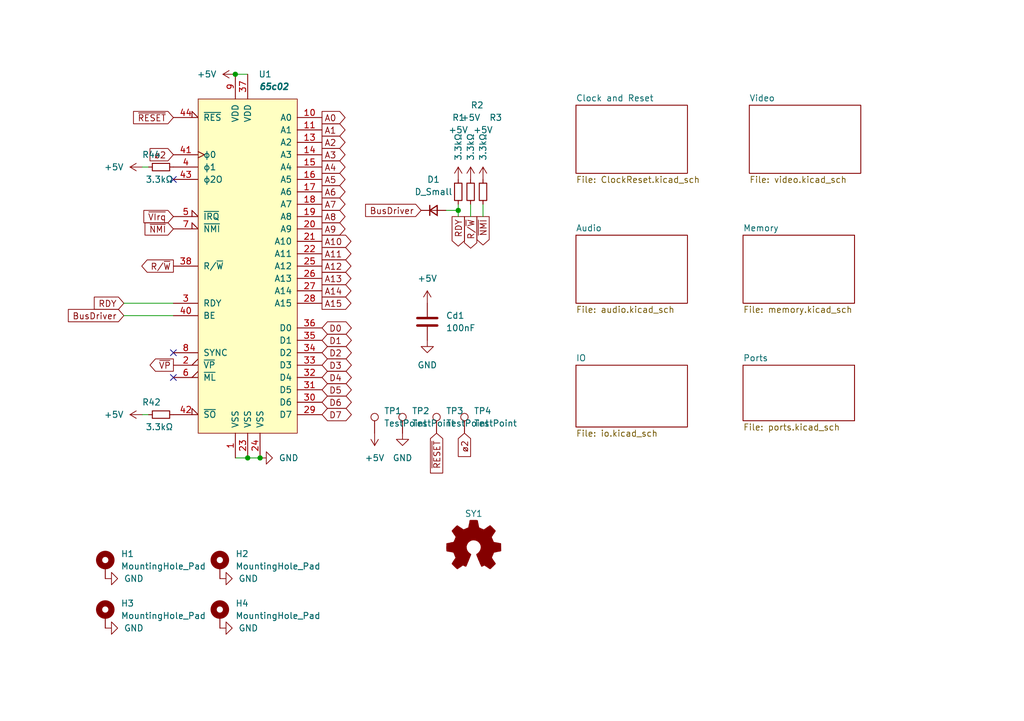
<source format=kicad_sch>
(kicad_sch (version 20231120) (generator "eeschema") (generator_version "8.0")
  (paper "A5")
  (title_block (title "KITTY Computer"))
  (lib_symbols
    (symbol "65xx:W65C02SxPL" (pin_names (offset 1.016))
      (property "Reference" "U" (at -10.16 35.56 0))
      (property "Value" "W65C02SxPL" (at 0 0 90))
      (symbol "W65C02SxPL_0_1"
        (rectangle (start -10.16 34.29) (end 10.16 -34.29) (fill (type background)))
      )
      (symbol "W65C02SxPL_1_1"
        (pin power_in line (at -2.54 -39.37 90) (length 5.08) (name "VSS") (number "1"))
        (pin tri_state line (at 15.24 30.48 180) (length 5.08) (name "A0") (number "10"))
        (pin tri_state line (at 15.24 27.94 180) (length 5.08) (name "A1") (number "11"))
        (pin no_connect non_logic (at -10.16 -25.4 0) (length 2.54) hide (name "nc") (number "12"))
        (pin tri_state line (at 15.24 25.4 180) (length 5.08) (name "A2") (number "13"))
        (pin tri_state line (at 15.24 22.86 180) (length 5.08) (name "A3") (number "14"))
        (pin tri_state line (at 15.24 20.32 180) (length 5.08) (name "A4") (number "15"))
        (pin tri_state line (at 15.24 17.78 180) (length 5.08) (name "A5") (number "16"))
        (pin tri_state line (at 15.24 15.24 180) (length 5.08) (name "A6") (number "17"))
        (pin tri_state line (at 15.24 12.7 180) (length 5.08) (name "A7") (number "18"))
        (pin tri_state line (at 15.24 10.16 180) (length 5.08) (name "A8") (number "19"))
        (pin output output_low (at -15.24 -20.32 0) (length 5.08) (name "~{VP}") (number "2"))
        (pin tri_state line (at 15.24 7.62 180) (length 5.08) (name "A9") (number "20"))
        (pin tri_state line (at 15.24 5.08 180) (length 5.08) (name "A10") (number "21"))
        (pin tri_state line (at 15.24 2.54 180) (length 5.08) (name "A11") (number "22"))
        (pin power_in line (at 0 -39.37 90) (length 5.08) (name "VSS") (number "23"))
        (pin power_in line (at 2.54 -39.37 90) (length 5.08) (name "VSS") (number "24"))
        (pin tri_state line (at 15.24 0 180) (length 5.08) (name "A12") (number "25"))
        (pin tri_state line (at 15.24 -2.54 180) (length 5.08) (name "A13") (number "26"))
        (pin tri_state line (at 15.24 -5.08 180) (length 5.08) (name "A14") (number "27"))
        (pin tri_state line (at 15.24 -7.62 180) (length 5.08) (name "A15") (number "28"))
        (pin bidirectional line (at 15.24 -30.48 180) (length 5.08) (name "D7") (number "29"))
        (pin open_collector line (at -15.24 -7.62 0) (length 5.08) (name "RDY") (number "3"))
        (pin bidirectional line (at 15.24 -27.94 180) (length 5.08) (name "D6") (number "30"))
        (pin bidirectional line (at 15.24 -25.4 180) (length 5.08) (name "D5") (number "31"))
        (pin bidirectional line (at 15.24 -22.86 180) (length 5.08) (name "D4") (number "32"))
        (pin bidirectional line (at 15.24 -20.32 180) (length 5.08) (name "D3") (number "33"))
        (pin bidirectional line (at 15.24 -17.78 180) (length 5.08) (name "D2") (number "34"))
        (pin bidirectional line (at 15.24 -15.24 180) (length 5.08) (name "D1") (number "35"))
        (pin bidirectional line (at 15.24 -12.7 180) (length 5.08) (name "D0") (number "36"))
        (pin power_in line (at 0 39.37 270) (length 5.08) (name "VDD") (number "37"))
        (pin tri_state line (at -15.24 0 0) (length 5.08) (name "R/~{W}") (number "38"))
        (pin no_connect non_logic (at -10.16 -27.94 0) (length 2.54) hide (name "nc") (number "39"))
        (pin output line (at -15.24 20.32 0) (length 5.08) (name "ϕ1") (number "4"))
        (pin input line (at -15.24 -10.16 0) (length 5.08) (name "BE") (number "40"))
        (pin input clock (at -15.24 22.86 0) (length 5.08) (name "ϕ0") (number "41"))
        (pin input input_low (at -15.24 -30.48 0) (length 5.08) (name "~{SO}") (number "42"))
        (pin output line (at -15.24 17.78 0) (length 5.08) (name "ϕ2O") (number "43"))
        (pin input input_low (at -15.24 30.48 0) (length 5.08) (name "~{RES}") (number "44"))
        (pin input input_low (at -15.24 10.16 0) (length 5.08) (name "~{IRQ}") (number "5"))
        (pin output output_low (at -15.24 -22.86 0) (length 5.08) (name "~{ML}") (number "6"))
        (pin input input_low (at -15.24 7.62 0) (length 5.08) (name "~{NMI}") (number "7"))
        (pin output line (at -15.24 -17.78 0) (length 5.08) (name "SYNC") (number "8"))
        (pin power_in line (at -2.54 39.37 270) (length 5.08) (name "VDD") (number "9"))
      )
    )
    (symbol "Connector:TestPoint" (pin_numbers hide) (pin_names (offset 0.762) hide)
      (property "Reference" "TP" (at 0 6.858 0))
      (property "Value" "TestPoint" (at 0 5.08 0))
      (symbol "TestPoint_0_1"
        (circle (center 0 3.302) (radius 0.762))
      )
      (symbol "TestPoint_1_1"
        (pin passive line (at 0 0 90) (length 2.54) (name "1") (number "1"))
      )
    )
    (symbol "Device:C" (pin_numbers hide) (pin_names (offset 0.254))
      (property "Reference" "C" (at 0.635 2.54 0))
      (property "Value" "C" (at 0.635 -2.54 0))
      (symbol "C_0_1"
        (polyline (pts (xy -2.032 -0.762) (xy 2.032 -0.762)) (stroke (width 0.508)))
        (polyline (pts (xy -2.032 0.762) (xy 2.032 0.762)) (stroke (width 0.508)))
      )
      (symbol "C_1_1"
        (pin passive line (at 0 3.81 270) (length 2.794) (name "~") (number "1"))
        (pin passive line (at 0 -3.81 90) (length 2.794) (name "~") (number "2"))
      )
    )
    (symbol "Device:D_Small" (pin_numbers hide) (pin_names (offset 0.254) hide)
      (property "Reference" "D" (at -1.27 2.032 0))
      (property "Value" "D_Small" (at -3.81 -2.032 0))
      (symbol "D_Small_0_1"
        (polyline (pts (xy -0.762 -1.016) (xy -0.762 1.016)) (stroke (width 0.254)))
        (polyline (pts (xy -0.762 0) (xy 0.762 0)))
        (polyline (pts (xy 0.762 -1.016) (xy -0.762 0) (xy 0.762 1.016) (xy 0.762 -1.016)) (stroke (width 0.254)))
      )
      (symbol "D_Small_1_1"
        (pin passive line (at -2.54 0 0) (length 1.778) (name "K") (number "1"))
        (pin passive line (at 2.54 0 180) (length 1.778) (name "A") (number "2"))
      )
    )
    (symbol "Device:R_Small" (pin_numbers hide) (pin_names (offset 0.254) hide)
      (property "Reference" "R" (at 0.762 0.508 0))
      (property "Value" "R_Small" (at 0.762 -1.016 0))
      (symbol "R_Small_0_1"
        (rectangle (start -0.762 1.778) (end 0.762 -1.778) (stroke (width 0.2032)))
      )
      (symbol "R_Small_1_1"
        (pin passive line (at 0 2.54 270) (length 0.762) (name "~") (number "1"))
        (pin passive line (at 0 -2.54 90) (length 0.762) (name "~") (number "2"))
      )
    )
    (symbol "Graphic:Logo_Open_Hardware_Small" (in_bom no) (on_board no)
      (symbol "Logo_Open_Hardware_Small_0_1"
        (polyline (pts (xy 3.3528 -4.3434) (xy 3.302 -4.318) (xy 3.175 -4.2418) (xy 2.9972 -4.1148) (xy 2.7686 -3.9624) (xy 2.54 -3.81) (xy 2.3622 -3.7084) (xy 2.2352 -3.6068) (xy 2.1844 -3.5814) (xy 2.159 -3.6068) (xy 2.0574 -3.6576) (xy 1.905 -3.7338) (xy 1.8034 -3.7846) (xy 1.6764 -3.8354) (xy 1.6002 -3.8354) (xy 1.6002 -3.8354) (xy 1.5494 -3.7338) (xy 1.4732 -3.5306) (xy 1.3462 -3.302) (xy 1.2446 -3.0226) (xy 1.1176 -2.7178) (xy 0.9652 -2.413) (xy 0.8636 -2.1082) (xy 0.7366 -1.8288) (xy 0.6604 -1.6256) (xy 0.6096 -1.4732) (xy 0.5842 -1.397) (xy 0.5842 -1.397) (xy 0.6604 -1.3208) (xy 0.7874 -1.2446) (xy 1.0414 -1.016) (xy 1.2954 -0.6858) (xy 1.4478 -0.3302) (xy 1.524 0.0762) (xy 1.4732 0.4572) (xy 1.3208 0.8128) (xy 1.0668 1.143) (xy 0.762 1.3716) (xy 0.4064 1.524) (xy 0 1.5748) (xy -0.381 1.5494) (xy -0.7366 1.397) (xy -1.0668 1.143) (xy -1.2192 0.9906) (xy -1.397 0.6604) (xy -1.524 0.3048) (xy -1.524 0.2286) (xy -1.4986 -0.1778) (xy -1.397 -0.5334) (xy -1.1938 -0.8636) (xy -0.9144 -1.143) (xy -0.8636 -1.1684) (xy -0.7366 -1.27) (xy -0.635 -1.3462) (xy -0.5842 -1.397) (xy -1.0668 -2.5908) (xy -1.143 -2.794) (xy -1.2954 -3.1242) (xy -1.397 -3.4036) (xy -1.4986 -3.6322) (xy -1.5748 -3.7846) (xy -1.6002 -3.8354) (xy -1.6002 -3.8354) (xy -1.651 -3.8354) (xy -1.7272 -3.81) (xy -1.905 -3.7338) (xy -2.0066 -3.683) (xy -2.1336 -3.6068) (xy -2.2098 -3.5814) (xy -2.2606 -3.6068) (xy -2.3622 -3.683) (xy -2.54 -3.81) (xy -2.7686 -3.9624) (xy -2.9718 -4.0894) (xy -3.1496 -4.2164) (xy -3.302 -4.318) (xy -3.3528 -4.3434) (xy -3.3782 -4.3434) (xy -3.429 -4.318) (xy -3.5306 -4.2164) (xy -3.7084 -4.064) (xy -3.937 -3.8354) (xy -3.9624 -3.81) (xy -4.1656 -3.6068) (xy -4.318 -3.4544) (xy -4.4196 -3.3274) (xy -4.445 -3.2766) (xy -4.445 -3.2766) (xy -4.4196 -3.2258) (xy -4.318 -3.0734) (xy -4.2164 -2.8956) (xy -4.064 -2.667) (xy -3.6576 -2.0828) (xy -3.8862 -1.5494) (xy -3.937 -1.3716) (xy -4.0386 -1.1684) (xy -4.0894 -1.0414) (xy -4.1148 -0.9652) (xy -4.191 -0.9398) (xy -4.318 -0.9144) (xy -4.5466 -0.8636) (xy -4.8006 -0.8128) (xy -5.0546 -0.7874) (xy -5.2578 -0.7366) (xy -5.4356 -0.7112) (xy -5.5118 -0.6858) (xy -5.5118 -0.6858) (xy -5.5372 -0.635) (xy -5.5372 -0.5588) (xy -5.5372 -0.4318) (xy -5.5626 -0.2286) (xy -5.5626 0.0762) (xy -5.5626 0.127) (xy -5.5372 0.4064) (xy -5.5372 0.635) (xy -5.5372 0.762) (xy -5.5372 0.8382) (xy -5.5372 0.8382) (xy -5.461 0.8382) (xy -5.3086 0.889) (xy -5.08 0.9144) (xy -4.826 0.9652) (xy -4.8006 0.9906) (xy -4.5466 1.0414) (xy -4.318 1.0668) (xy -4.1656 1.1176) (xy -4.0894 1.143) (xy -4.0894 1.143) (xy -4.0386 1.2446) (xy -3.9624 1.4224) (xy -3.8608 1.6256) (xy -3.7846 1.8288) (xy -3.7084 2.0066) (xy -3.6576 2.159) (xy -3.6322 2.2098) (xy -3.6322 2.2098) (xy -3.683 2.286) (xy -3.7592 2.413) (xy -3.8862 2.5908) (xy -4.064 2.8194) (xy -4.064 2.8448) (xy -4.2164 3.0734) (xy -4.3434 3.2512) (xy -4.4196 3.3782) (xy -4.445 3.4544) (xy -4.445 3.4544) (xy -4.3942 3.5052) (xy -4.2926 3.6322) (xy -4.1148 3.81) (xy -3.937 4.0132) (xy -3.8608 4.064) (xy -3.6576 4.2926) (xy -3.5052 4.4196) (xy -3.4036 4.4958) (xy -3.3528 4.5212) (xy -3.3528 4.5212) (xy -3.302 4.4704) (xy -3.1496 4.3688) (xy -2.9718 4.2418) (xy -2.7432 4.0894) (xy -2.7178 4.0894) (xy -2.4892 3.937) (xy -2.3114 3.81) (xy -2.1844 3.7084) (xy -2.1336 3.683) (xy -2.1082 3.683) (xy -2.032 3.7084) (xy -1.8542 3.7592) (xy -1.6764 3.8354) (xy -1.4732 3.937) (xy -1.27 4.0132) (xy -1.143 4.064) (xy -1.0668 4.1148) (xy -1.0668 4.1148) (xy -1.0414 4.191) (xy -1.016 4.3434) (xy -0.9652 4.572) (xy -0.9144 4.8514) (xy -0.889 4.9022) (xy -0.8382 5.1562) (xy -0.8128 5.3848) (xy -0.7874 5.5372) (xy -0.762 5.588) (xy -0.7112 5.6134) (xy -0.5842 5.6134) (xy -0.4064 5.6134) (xy -0.1524 5.6134) (xy 0.0762 5.6134) (xy 0.3302 5.6134) (xy 0.5334 5.6134) (xy 0.6858 5.588) (xy 0.7366 5.588) (xy 0.7366 5.588) (xy 0.762 5.5118) (xy 0.8128 5.334) (xy 0.8382 5.1054) (xy 0.9144 4.826) (xy 0.9144 4.7752) (xy 0.9652 4.5212) (xy 1.016 4.2926) (xy 1.0414 4.1402) (xy 1.0668 4.0894) (xy 1.0668 4.0894) (xy 1.1938 4.0386) (xy 1.3716 3.9624) (xy 1.5748 3.8608) (xy 2.0828 3.6576) (xy 2.7178 4.0894) (xy 2.7686 4.1402) (xy 2.9972 4.2926) (xy 3.175 4.4196) (xy 3.302 4.4958) (xy 3.3782 4.5212) (xy 3.3782 4.5212) (xy 3.429 4.4704) (xy 3.556 4.3434) (xy 3.7338 4.191) (xy 3.9116 3.9878) (xy 4.064 3.8354) (xy 4.2418 3.6576) (xy 4.3434 3.556) (xy 4.4196 3.4798) (xy 4.4196 3.429) (xy 4.4196 3.4036) (xy 4.3942 3.3274) (xy 4.2926 3.2004) (xy 4.1656 2.9972) (xy 4.0132 2.794) (xy 3.8862 2.5908) (xy 3.7592 2.3876) (xy 3.6576 2.2352) (xy 3.6322 2.159) (xy 3.6322 2.1336) (xy 3.683 2.0066) (xy 3.7592 1.8288) (xy 3.8608 1.6002) (xy 4.064 1.1176) (xy 4.3942 1.0414) (xy 4.5974 1.016) (xy 4.8768 0.9652) (xy 5.1308 0.9144) (xy 5.5372 0.8382) (xy 5.5626 -0.6604) (xy 5.4864 -0.6858) (xy 5.4356 -0.6858) (xy 5.2832 -0.7366) (xy 5.0546 -0.762) (xy 4.8006 -0.8128) (xy 4.5974 -0.8636) (xy 4.3688 -0.9144) (xy 4.2164 -0.9398) (xy 4.1402 -0.9398) (xy 4.1148 -0.9652) (xy 4.064 -1.0668) (xy 3.9878 -1.2446) (xy 3.9116 -1.4478) (xy 3.81 -1.651) (xy 3.7338 -1.8542) (xy 3.683 -2.0066) (xy 3.6576 -2.0828) (xy 3.683 -2.1336) (xy 3.7846 -2.2606) (xy 3.8862 -2.4638) (xy 4.0386 -2.667) (xy 4.191 -2.8956) (xy 4.318 -3.0734) (xy 4.3942 -3.2004) (xy 4.445 -3.2766) (xy 4.4196 -3.3274) (xy 4.3434 -3.429) (xy 4.1656 -3.5814) (xy 3.937 -3.8354) (xy 3.8862 -3.8608) (xy 3.683 -4.064) (xy 3.5306 -4.2164) (xy 3.4036 -4.318) (xy 3.3528 -4.3434)) (fill (type outline)))
      )
    )
    (symbol "Mechanical:MountingHole_Pad" (pin_numbers hide) (pin_names (offset 1.016) hide)
      (property "Reference" "H" (at 0 6.35 0))
      (property "Value" "MountingHole_Pad" (at 0 4.445 0))
      (symbol "MountingHole_Pad_0_1"
        (circle (center 0 1.27) (radius 1.27) (stroke (width 1.27)))
      )
      (symbol "MountingHole_Pad_1_1"
        (pin input line (at 0 -2.54 90) (length 2.54) (name "1") (number "1"))
      )
    )
    (symbol "power:+5V" (power) (pin_names (offset 0))
      (property "Value" "+5V" (at 0 3.556 0))
      (symbol "+5V_0_1"
        (polyline (pts (xy -0.762 1.27) (xy 0 2.54)))
        (polyline (pts (xy 0 0) (xy 0 2.54)))
        (polyline (pts (xy 0 2.54) (xy 0.762 1.27)))
      )
      (symbol "+5V_1_1"
        (pin power_in line (at 0 0 90) (length 0) hide (name "+5V") (number "1"))
      )
    )
    (symbol "power:GND" (power) (pin_names (offset 0))
      (property "Value" "GND" (at 0 -3.81 0))
      (symbol "GND_0_1"
        (polyline (pts (xy 0 0) (xy 0 -1.27) (xy 1.27 -1.27) (xy 0 -2.54) (xy -1.27 -1.27) (xy 0 -1.27)))
      )
      (symbol "GND_1_1"
        (pin power_in line (at 0 0 270) (length 0) hide (name "GND") (number "1"))
      )
    )
  )
  (junction (at 93.98 43.18))
  (junction (at 50.8 93.98))
  (junction (at 53.34 93.98))
  (junction (at 48.26 15.24))
  (no_connect (at 35.56 77.47))
  (no_connect (at 35.56 36.83))
  (no_connect (at 35.56 72.39))
  (wire (pts (xy 29.21 34.29) (xy 30.48 34.29)))
  (wire (pts (xy 25.4 64.77) (xy 35.56 64.77)))
  (wire (pts (xy -12.7 97.79) (xy -7.62 97.79)))
  (wire (pts (xy 48.26 15.24) (xy 50.8 15.24)))
  (wire (pts (xy 93.98 41.91) (xy 93.98 43.18)))
  (wire (pts (xy 48.26 93.98) (xy 50.8 93.98)))
  (wire (pts (xy 99.06 41.91) (xy 99.06 44.45)))
  (wire (pts (xy 29.21 85.09) (xy 30.48 85.09)))
  (wire (pts (xy 93.98 43.18) (xy 93.98 44.45)))
  (wire (pts (xy 50.8 93.98) (xy 53.34 93.98)))
  (wire (pts (xy 25.4 62.23) (xy 35.56 62.23)))
  (wire (pts (xy 91.44 43.18) (xy 93.98 43.18)))
  (wire (pts (xy 96.52 41.91) (xy 96.52 44.45)))
  (global_label "RDY" (shape output) (at 93.98 44.45 270) (property "Intersheetrefs" "${INTERSHEET_REFS}" (effects (hide yes))))
  (global_label "D4" (shape bidirectional) (at 66.04 77.47 0) (property "Intersheetrefs" "${INTERSHEET_REFS}" (effects (hide yes))))
  (global_label "R{slash}~{W}" (shape output) (at 96.52 44.45 270) (property "Intersheetrefs" "${INTERSHEET_REFS}" (effects (hide yes))))
  (global_label "A6" (shape output) (at 66.04 39.37 0) (property "Intersheetrefs" "${INTERSHEET_REFS}" (effects (hide yes))))
  (global_label "A7" (shape output) (at 66.04 41.91 0) (property "Intersheetrefs" "${INTERSHEET_REFS}" (effects (hide yes))))
  (global_label "RDY" (shape input) (at 25.4 62.23 180) (property "Intersheetrefs" "${INTERSHEET_REFS}" (effects (hide yes))))
  (global_label "A2" (shape output) (at 66.04 29.21 0) (property "Intersheetrefs" "${INTERSHEET_REFS}" (effects (hide yes))))
  (global_label "ø2" (shape input) (at 35.56 31.75 180) (property "Intersheetrefs" "${INTERSHEET_REFS}" (effects (hide yes))))
  (global_label "D3" (shape bidirectional) (at 66.04 74.93 0) (property "Intersheetrefs" "${INTERSHEET_REFS}" (effects (hide yes))))
  (global_label "A10" (shape output) (at 66.04 49.53 0) (property "Intersheetrefs" "${INTERSHEET_REFS}" (effects (hide yes))))
  (global_label "ø2" (shape input) (at 95.25 88.9 270) (property "Intersheetrefs" "${INTERSHEET_REFS}" (effects (hide yes))))
  (global_label "D7" (shape bidirectional) (at 66.04 85.09 0) (property "Intersheetrefs" "${INTERSHEET_REFS}" (effects (hide yes))))
  (global_label "A0" (shape output) (at 66.04 24.13 0) (property "Intersheetrefs" "${INTERSHEET_REFS}" (effects (hide yes))))
  (global_label "A1" (shape output) (at 66.04 26.67 0) (property "Intersheetrefs" "${INTERSHEET_REFS}" (effects (hide yes))))
  (global_label "~{VP}" (shape output) (at 35.56 74.93 180) (property "Intersheetrefs" "${INTERSHEET_REFS}" (effects (hide yes))))
  (global_label "BusDriver" (shape input) (at 86.36 43.18 180) (property "Intersheetrefs" "${INTERSHEET_REFS}" (effects (hide yes))))
  (global_label "A15" (shape output) (at 66.04 62.23 0) (property "Intersheetrefs" "${INTERSHEET_REFS}" (effects (hide yes))))
  (global_label "A5" (shape output) (at 66.04 36.83 0) (property "Intersheetrefs" "${INTERSHEET_REFS}" (effects (hide yes))))
  (global_label "A9" (shape output) (at 66.04 46.99 0) (property "Intersheetrefs" "${INTERSHEET_REFS}" (effects (hide yes))))
  (global_label "~{VIrq}" (shape input) (at 35.56 44.45 180) (property "Intersheetrefs" "${INTERSHEET_REFS}" (effects (hide yes))))
  (global_label "A13" (shape output) (at 66.04 57.15 0) (property "Intersheetrefs" "${INTERSHEET_REFS}" (effects (hide yes))))
  (global_label "A3" (shape output) (at 66.04 31.75 0) (property "Intersheetrefs" "${INTERSHEET_REFS}" (effects (hide yes))))
  (global_label "A14" (shape output) (at 66.04 59.69 0) (property "Intersheetrefs" "${INTERSHEET_REFS}" (effects (hide yes))))
  (global_label "A8" (shape output) (at 66.04 44.45 0) (property "Intersheetrefs" "${INTERSHEET_REFS}" (effects (hide yes))))
  (global_label "D1" (shape bidirectional) (at 66.04 69.85 0) (property "Intersheetrefs" "${INTERSHEET_REFS}" (effects (hide yes))))
  (global_label "D5" (shape bidirectional) (at 66.04 80.01 0) (property "Intersheetrefs" "${INTERSHEET_REFS}" (effects (hide yes))))
  (global_label "~{NMI}" (shape input) (at 35.56 46.99 180) (property "Intersheetrefs" "${INTERSHEET_REFS}" (effects (hide yes))))
  (global_label "~{RESET}" (shape input) (at 35.56 24.13 180) (property "Intersheetrefs" "${INTERSHEET_REFS}" (effects (hide yes))))
  (global_label "D2" (shape bidirectional) (at 66.04 72.39 0) (property "Intersheetrefs" "${INTERSHEET_REFS}" (effects (hide yes))))
  (global_label "R{slash}~{W}" (shape output) (at 35.56 54.61 180) (property "Intersheetrefs" "${INTERSHEET_REFS}" (effects (hide yes))))
  (global_label "D6" (shape bidirectional) (at 66.04 82.55 0) (property "Intersheetrefs" "${INTERSHEET_REFS}" (effects (hide yes))))
  (global_label "A11" (shape output) (at 66.04 52.07 0) (property "Intersheetrefs" "${INTERSHEET_REFS}" (effects (hide yes))))
  (global_label "A4" (shape output) (at 66.04 34.29 0) (property "Intersheetrefs" "${INTERSHEET_REFS}" (effects (hide yes))))
  (global_label "~{RESET}" (shape input) (at 89.535 88.9 270) (property "Intersheetrefs" "${INTERSHEET_REFS}" (effects (hide yes))))
  (global_label "A12" (shape output) (at 66.04 54.61 0) (property "Intersheetrefs" "${INTERSHEET_REFS}" (effects (hide yes))))
  (global_label "D0" (shape bidirectional) (at 66.04 67.31 0) (property "Intersheetrefs" "${INTERSHEET_REFS}" (effects (hide yes))))
  (global_label "~{NMI}" (shape output) (at 99.06 44.45 270) (property "Intersheetrefs" "${INTERSHEET_REFS}" (effects (hide yes))))
  (global_label "BusDriver" (shape input) (at 25.4 64.77 180) (property "Intersheetrefs" "${INTERSHEET_REFS}" (effects (hide yes))))
  (symbol (lib_id "power:GND") (at 45.085 118.745 90) (unit 1)
    (property "Reference" "#PWR0175" (effects (hide yes)))
    (property "Value" "GND" (at 48.895 118.745 90) (effects (justify right)))
  )
  (symbol (lib_id "power:GND") (at 53.34 93.98 90) (unit 1)
    (property "Reference" "#PWR03" (effects (hide yes)))
    (property "Value" "GND" (at 57.15 93.98 90) (effects (justify right)))
  )
  (symbol (lib_id "power:+5V") (at 29.21 34.29 90) (unit 1)
    (property "Reference" "#PWR0179" (effects (hide yes)))
    (property "Value" "+5V" (at 25.4 34.29 90) (effects (justify left)))
  )
  (symbol (lib_id "power:+5V") (at 48.26 15.24 90) (unit 1)
    (property "Reference" "#PWR02" (effects (hide yes)))
    (property "Value" "+5V" (at 44.45 15.24 90) (effects (justify left)))
  )
  (symbol (lib_id "Mechanical:MountingHole_Pad") (at 45.085 116.205 0) (unit 1)
    (property "Reference" "H2" (at 48.26 113.665 0) (effects (justify left)))
    (property "Value" "MountingHole_Pad" (at 48.26 116.205 0) (effects (justify left)))
    (property "Footprint" "MountingHole:MountingHole_3.2mm_M3_ISO14580_Pad" (effects (hide yes)))
  )
  (symbol (lib_id "power:+5V") (at 76.835 88.9 180) (unit 1)
    (property "Reference" "#PWR0154" (effects (hide yes)))
    (property "Value" "+5V" (at 76.835 93.98 0))
  )
  (symbol (lib_id "power:+5V") (at 99.06 36.83 0) (unit 1)
    (property "Reference" "#PWR08" (effects (hide yes)))
    (property "Value" "+5V" (at 99.06 26.67 0))
  )
  (symbol (lib_id "Graphic:Logo_Open_Hardware_Small") (at 97.155 112.395 0) (unit 1) (in_bom no)
    (property "Reference" "SY1" (at 97.155 105.41 0))
    (property "Value" "Logo_Open_Hardware_Small" (effects (hide yes)))
    (property "Footprint" "Symbol:OSHW-Logo_7.5x8mm_SilkScreen" (effects (hide yes)))
  )
  (symbol (lib_id "Mechanical:MountingHole_Pad") (at 21.59 126.365 0) (unit 1)
    (property "Reference" "H3" (at 24.765 123.825 0) (effects (justify left)))
    (property "Value" "MountingHole_Pad" (at 24.765 126.365 0) (effects (justify left)))
    (property "Footprint" "MountingHole:MountingHole_3.2mm_M3_ISO14580_Pad" (effects (hide yes)))
  )
  (symbol (lib_id "Device:R_Small") (at 99.06 39.37 180) (unit 1)
    (property "Reference" "R3" (at 100.33 24.13 0) (effects (justify right)))
    (property "Value" "3.3kΩ" (at 99.06 33.02 90) (effects (justify right)))
    (property "Footprint" "Resistor_THT:R_Axial_DIN0204_L3.6mm_D1.6mm_P7.62mm_Horizontal" (effects (hide yes)))
  )
  (symbol (lib_id "65xx:W65C02SxPL") (at 50.8 54.61 0) (unit 1)
    (property "Reference" "U1" (at 52.9941 15.24 0) (effects (justify left)))
    (property "Value" "65c02" (at 52.9941 17.78 0) (effects (font (bold yes) (italic yes)) (justify left)))
    (property "Footprint" "PCM_Package_LCC_AKL:PLCC-44_THT-Socket" (effects (hide yes)))
    (property "Datasheet" "http://www.westerndesigncenter.com/wdc/documentation/w65c02s.pdf" (effects (hide yes)))
  )
  (symbol (lib_id "Device:R_Small") (at 96.52 39.37 180) (unit 1)
    (property "Reference" "R2" (at 96.52 21.59 0) (effects (justify right)))
    (property "Value" "3.3kΩ" (at 96.52 33.02 90) (effects (justify right)))
    (property "Footprint" "Resistor_THT:R_Axial_DIN0204_L3.6mm_D1.6mm_P7.62mm_Horizontal" (effects (hide yes)))
  )
  (symbol (lib_id "Mechanical:MountingHole_Pad") (at 45.085 126.365 0) (unit 1)
    (property "Reference" "H4" (at 48.26 123.825 0) (effects (justify left)))
    (property "Value" "MountingHole_Pad" (at 48.26 126.365 0) (effects (justify left)))
    (property "Footprint" "MountingHole:MountingHole_3.2mm_M3_ISO14580_Pad" (effects (hide yes)))
  )
  (symbol (lib_id "Device:R_Small") (at 93.98 39.37 180) (unit 1)
    (property "Reference" "R1" (at 92.71 24.13 0) (effects (justify right)))
    (property "Value" "3.3kΩ" (at 93.98 33.02 90) (effects (justify right)))
    (property "Footprint" "Resistor_THT:R_Axial_DIN0204_L3.6mm_D1.6mm_P7.62mm_Horizontal" (effects (hide yes)))
  )
  (symbol (lib_id "power:GND") (at 21.59 118.745 90) (unit 1)
    (property "Reference" "#PWR0176" (effects (hide yes)))
    (property "Value" "GND" (at 25.4 118.745 90) (effects (justify right)))
  )
  (symbol (lib_id "power:+5V") (at 93.98 36.83 0) (unit 1)
    (property "Reference" "#PWR06" (effects (hide yes)))
    (property "Value" "+5V" (at 93.98 26.67 0))
  )
  (symbol (lib_id "Connector:TestPoint") (at 89.535 88.9 0) (unit 1)
    (property "Reference" "TP3" (at 91.44 84.328 0) (effects (justify left)))
    (property "Value" "TestPoint" (at 91.44 86.868 0) (effects (justify left)))
    (property "Footprint" "TestPoint:TestPoint_Pad_2.0x2.0mm" (effects (hide yes)))
  )
  (symbol (lib_id "power:GND") (at 21.59 128.905 90) (unit 1)
    (property "Reference" "#PWR0177" (effects (hide yes)))
    (property "Value" "GND" (at 25.4 128.905 90) (effects (justify right)))
  )
  (symbol (lib_id "Device:D_Small") (at 88.9 43.18 0) (unit 1)
    (property "Reference" "D1" (at 88.9 36.83 0))
    (property "Value" "D_Small" (at 88.9 39.37 0))
    (property "Footprint" "Diode_THT:D_DO-34_SOD68_P7.62mm_Horizontal" (effects (hide yes)))
    (property "Sim.Device" "D" (effects (hide yes)))
    (property "Sim.Pins" "1=K 2=A" (effects (hide yes)))
  )
  (symbol (lib_id "power:+5V") (at 29.21 85.09 90) (unit 1)
    (property "Reference" "#PWR01" (effects (hide yes)))
    (property "Value" "+5V" (at 25.4 85.09 90) (effects (justify left)))
  )
  (symbol (lib_id "Mechanical:MountingHole_Pad") (at 21.59 116.205 0) (unit 1)
    (property "Reference" "H1" (at 24.765 113.665 0) (effects (justify left)))
    (property "Value" "MountingHole_Pad" (at 24.765 116.205 0) (effects (justify left)))
    (property "Footprint" "MountingHole:MountingHole_3.2mm_M3_ISO14580_Pad" (effects (hide yes)))
  )
  (symbol (lib_id "Device:C") (at 87.63 66.04 0) (unit 1)
    (property "Reference" "Cd1" (at 91.44 64.77 0) (effects (justify left)))
    (property "Value" "100nF" (at 91.44 67.31 0) (effects (justify left)))
    (property "Footprint" "Capacitor_THT:C_Disc_D3.0mm_W2.0mm_P2.50mm" (effects (hide yes)))
  )
  (symbol (lib_id "Device:R_Small") (at 33.02 34.29 270) (unit 1)
    (property "Reference" "R44" (at 33.02 31.75 90) (effects (justify right)))
    (property "Value" "3.3kΩ" (at 35.56 36.83 90) (effects (justify right)))
    (property "Footprint" "Resistor_THT:R_Axial_DIN0204_L3.6mm_D1.6mm_P7.62mm_Horizontal" (effects (hide yes)))
  )
  (symbol (lib_id "Device:R_Small") (at 33.02 85.09 270) (unit 1)
    (property "Reference" "R42" (at 33.02 82.55 90) (effects (justify right)))
    (property "Value" "3.3kΩ" (at 35.56 87.63 90) (effects (justify right)))
    (property "Footprint" "Resistor_THT:R_Axial_DIN0204_L3.6mm_D1.6mm_P7.62mm_Horizontal" (effects (hide yes)))
  )
  (symbol (lib_id "power:+5V") (at 96.52 36.83 0) (unit 1)
    (property "Reference" "#PWR07" (effects (hide yes)))
    (property "Value" "+5V" (at 96.52 24.13 0))
  )
  (symbol (lib_id "Connector:TestPoint") (at 95.25 88.9 0) (unit 1)
    (property "Reference" "TP4" (at 97.155 84.328 0) (effects (justify left)))
    (property "Value" "TestPoint" (at 97.155 86.868 0) (effects (justify left)))
    (property "Footprint" "TestPoint:TestPoint_Pad_2.0x2.0mm" (effects (hide yes)))
  )
  (symbol (lib_id "Connector:TestPoint") (at 76.835 88.9 0) (unit 1)
    (property "Reference" "TP1" (at 78.74 84.328 0) (effects (justify left)))
    (property "Value" "TestPoint" (at 78.74 86.868 0) (effects (justify left)))
    (property "Footprint" "TestPoint:TestPoint_Pad_2.0x2.0mm" (effects (hide yes)))
  )
  (symbol (lib_id "Connector:TestPoint") (at 82.55 88.9 0) (unit 1)
    (property "Reference" "TP2" (at 84.455 84.328 0) (effects (justify left)))
    (property "Value" "TestPoint" (at 84.455 86.868 0) (effects (justify left)))
    (property "Footprint" "TestPoint:TestPoint_Pad_2.0x2.0mm" (effects (hide yes)))
  )
  (symbol (lib_id "power:GND") (at 87.63 69.85 0) (unit 1)
    (property "Reference" "#PWR05" (effects (hide yes)))
    (property "Value" "GND" (at 87.63 74.93 0))
  )
  (symbol (lib_id "power:+5V") (at 87.63 62.23 0) (unit 1)
    (property "Reference" "#PWR04" (effects (hide yes)))
    (property "Value" "+5V" (at 87.63 57.15 0))
  )
  (symbol (lib_id "power:GND") (at 82.55 88.9 0) (unit 1)
    (property "Reference" "#PWR0143" (effects (hide yes)))
    (property "Value" "GND" (at 82.55 93.98 0))
  )
  (symbol (lib_id "power:GND") (at 45.085 128.905 90) (unit 1)
    (property "Reference" "#PWR0178" (effects (hide yes)))
    (property "Value" "GND" (at 48.895 128.905 90) (effects (justify right)))
  )
  (sheet (at 153.67 21.59) (size 22.86 13.97) (stroke (width 0.1524))
    (property "Sheetname" "Video" (at 153.67 20.8784 0) (effects (justify left bottom)))
    (property "Sheetfile" "video.kicad_sch" (at 153.67 36.1446 0) (effects (justify left top)))
  )
  (sheet (at 118.11 48.26) (size 22.86 13.97) (stroke (width 0.1524))
    (property "Sheetname" "Audio" (at 118.11 47.5484 0) (effects (justify left bottom)))
    (property "Sheetfile" "audio.kicad_sch" (at 118.11 62.8146 0) (effects (justify left top)))
  )
  (sheet (at 118.11 21.59) (size 22.86 13.97) (stroke (width 0.1524))
    (property "Sheetname" "Clock and Reset" (at 118.11 20.8784 0) (effects (justify left bottom)))
    (property "Sheetfile" "ClockReset.kicad_sch" (at 118.11 36.1446 0) (effects (justify left top)))
  )
  (sheet (at 118.11 74.93) (size 22.86 12.7) (stroke (width 0.1524))
    (property "Sheetname" "IO" (at 118.11 74.2184 0) (effects (justify left bottom)))
    (property "Sheetfile" "io.kicad_sch" (at 118.11 88.2146 0) (effects (justify left top)))
  )
  (sheet (at 152.4 74.93) (size 22.86 11.43) (stroke (width 0.1524))
    (property "Sheetname" "Ports" (at 152.4 74.2184 0) (effects (justify left bottom)))
    (property "Sheetfile" "ports.kicad_sch" (at 152.4 86.9446 0) (effects (justify left top)))
  )
  (sheet (at 152.4 48.26) (size 22.86 13.97) (stroke (width 0.1524))
    (property "Sheetname" "Memory" (at 152.4 47.5484 0) (effects (justify left bottom)))
    (property "Sheetfile" "memory.kicad_sch" (at 152.4 62.8146 0) (effects (justify left top)))
  )
)
</source>
